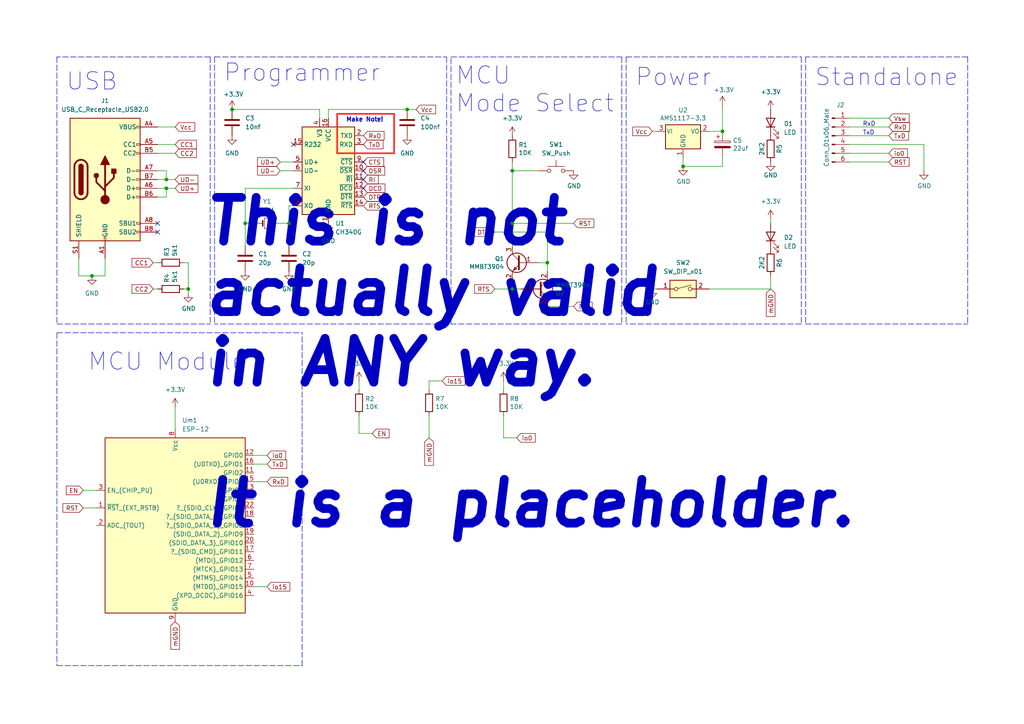
<source format=kicad_sch>
(kicad_sch (version 20211123) (generator eeschema)
  (paper "A4")
  (title_block (title "The Nerd Mage Module Programmer") (date "2023-07-13") (rev "1.0.0") (company "S. A. Miller") (comment 1 "Pop-In RP2040 Edition"))
  (lib_symbols
    (symbol "Connector:Conn_01x06_Male" (pin_names (offset 1.016) hide)
      (property "Reference" "J" (at 0 7.62 0))
      (property "Value" "Conn_01x06_Male" (at 0 -10.16 0))
      (symbol "Conn_01x06_Male_1_1"
        (polyline (pts (xy 1.27 -7.62) (xy 0.8636 -7.62)) (stroke (width 0.1524)))
        (polyline (pts (xy 1.27 -5.08) (xy 0.8636 -5.08)) (stroke (width 0.1524)))
        (polyline (pts (xy 1.27 -2.54) (xy 0.8636 -2.54)) (stroke (width 0.1524)))
        (polyline (pts (xy 1.27 0) (xy 0.8636 0)) (stroke (width 0.1524)))
        (polyline (pts (xy 1.27 2.54) (xy 0.8636 2.54)) (stroke (width 0.1524)))
        (polyline (pts (xy 1.27 5.08) (xy 0.8636 5.08)) (stroke (width 0.1524)))
        (rectangle (start 0.8636 -7.493) (end 0 -7.747) (stroke (width 0.1524)) (fill (type outline)))
        (rectangle (start 0.8636 -4.953) (end 0 -5.207) (stroke (width 0.1524)) (fill (type outline)))
        (rectangle (start 0.8636 -2.413) (end 0 -2.667) (stroke (width 0.1524)) (fill (type outline)))
        (rectangle (start 0.8636 0.127) (end 0 -0.127) (stroke (width 0.1524)) (fill (type outline)))
        (rectangle (start 0.8636 2.667) (end 0 2.413) (stroke (width 0.1524)) (fill (type outline)))
        (rectangle (start 0.8636 5.207) (end 0 4.953) (stroke (width 0.1524)) (fill (type outline)))
        (pin passive line (at 5.08 5.08 180) (length 3.81) (name "Pin_1") (number "1"))
        (pin passive line (at 5.08 2.54 180) (length 3.81) (name "Pin_2") (number "2"))
        (pin passive line (at 5.08 0 180) (length 3.81) (name "Pin_3") (number "3"))
        (pin passive line (at 5.08 -2.54 180) (length 3.81) (name "Pin_4") (number "4"))
        (pin passive line (at 5.08 -5.08 180) (length 3.81) (name "Pin_5") (number "5"))
        (pin passive line (at 5.08 -7.62 180) (length 3.81) (name "Pin_6") (number "6"))
      )
    )
    (symbol "Connector:USB_C_Receptacle_USB2.0" (pin_names (offset 1.016))
      (property "Reference" "J" (at -10.16 19.05 0))
      (property "Value" "USB_C_Receptacle_USB2.0" (at 19.05 19.05 0))
      (symbol "USB_C_Receptacle_USB2.0_0_0"
        (rectangle (start -0.254 -17.78) (end 0.254 -16.764))
        (rectangle (start 10.16 -14.986) (end 9.144 -15.494))
        (rectangle (start 10.16 -12.446) (end 9.144 -12.954))
        (rectangle (start 10.16 -4.826) (end 9.144 -5.334))
        (rectangle (start 10.16 -2.286) (end 9.144 -2.794))
        (rectangle (start 10.16 0.254) (end 9.144 -0.254))
        (rectangle (start 10.16 2.794) (end 9.144 2.286))
        (rectangle (start 10.16 7.874) (end 9.144 7.366))
        (rectangle (start 10.16 10.414) (end 9.144 9.906))
        (rectangle (start 10.16 15.494) (end 9.144 14.986))
      )
      (symbol "USB_C_Receptacle_USB2.0_0_1"
        (rectangle (start -10.16 17.78) (end 10.16 -17.78) (stroke (width 0.254)) (fill (type background)))
        (arc (start -8.89 -3.81) (mid -6.985 -5.715) (end -5.08 -3.81) (stroke (width 0.508)))
        (arc (start -7.62 -3.81) (mid -6.985 -4.445) (end -6.35 -3.81) (stroke (width 0.254)))
        (arc (start -7.62 -3.81) (mid -6.985 -4.445) (end -6.35 -3.81) (stroke (width 0.254)) (fill (type outline)))
        (rectangle (start -7.62 -3.81) (end -6.35 3.81) (stroke (width 0.254)) (fill (type outline)))
        (arc (start -6.35 3.81) (mid -6.985 4.445) (end -7.62 3.81) (stroke (width 0.254)))
        (arc (start -6.35 3.81) (mid -6.985 4.445) (end -7.62 3.81) (stroke (width 0.254)) (fill (type outline)))
        (arc (start -5.08 3.81) (mid -6.985 5.715) (end -8.89 3.81) (stroke (width 0.508)))
        (circle (center -2.54 1.143) (radius 0.635) (stroke (width 0.254)) (fill (type outline)))
        (circle (center 0 -5.842) (radius 1.27) (fill (type outline)))
        (polyline (pts (xy -8.89 -3.81) (xy -8.89 3.81)) (stroke (width 0.508)))
        (polyline (pts (xy -5.08 3.81) (xy -5.08 -3.81)) (stroke (width 0.508)))
        (polyline (pts (xy 0 -5.842) (xy 0 4.318)) (stroke (width 0.508)))
        (polyline (pts (xy 0 -3.302) (xy -2.54 -0.762) (xy -2.54 0.508)) (stroke (width 0.508)))
        (polyline (pts (xy 0 -2.032) (xy 2.54 0.508) (xy 2.54 1.778)) (stroke (width 0.508)))
        (polyline (pts (xy -1.27 4.318) (xy 0 6.858) (xy 1.27 4.318) (xy -1.27 4.318)) (stroke (width 0.254)) (fill (type outline)))
        (rectangle (start 1.905 1.778) (end 3.175 3.048) (stroke (width 0.254)) (fill (type outline)))
      )
      (symbol "USB_C_Receptacle_USB2.0_1_1"
        (pin passive line (at 0 -22.86 90) (length 5.08) (name "GND") (number "A1"))
        (pin passive line (at 0 -22.86 90) (length 5.08) hide (name "GND") (number "A12"))
        (pin passive line (at 15.24 15.24 180) (length 5.08) (name "VBUS") (number "A4"))
        (pin bidirectional line (at 15.24 10.16 180) (length 5.08) (name "CC1") (number "A5"))
        (pin bidirectional line (at 15.24 -2.54 180) (length 5.08) (name "D+") (number "A6"))
        (pin bidirectional line (at 15.24 2.54 180) (length 5.08) (name "D-") (number "A7"))
        (pin bidirectional line (at 15.24 -12.7 180) (length 5.08) (name "SBU1") (number "A8"))
        (pin passive line (at 15.24 15.24 180) (length 5.08) hide (name "VBUS") (number "A9"))
        (pin passive line (at 0 -22.86 90) (length 5.08) hide (name "GND") (number "B1"))
        (pin passive line (at 0 -22.86 90) (length 5.08) hide (name "GND") (number "B12"))
        (pin passive line (at 15.24 15.24 180) (length 5.08) hide (name "VBUS") (number "B4"))
        (pin bidirectional line (at 15.24 7.62 180) (length 5.08) (name "CC2") (number "B5"))
        (pin bidirectional line (at 15.24 -5.08 180) (length 5.08) (name "D+") (number "B6"))
        (pin bidirectional line (at 15.24 0 180) (length 5.08) (name "D-") (number "B7"))
        (pin bidirectional line (at 15.24 -15.24 180) (length 5.08) (name "SBU2") (number "B8"))
        (pin passive line (at 15.24 15.24 180) (length 5.08) hide (name "VBUS") (number "B9"))
        (pin passive line (at -7.62 -22.86 90) (length 5.08) (name "SHIELD") (number "S1"))
      )
    )
    (symbol "Device:C" (pin_numbers hide) (pin_names (offset 0.254))
      (property "Reference" "C" (at 0.635 2.54 0))
      (property "Value" "C" (at 0.635 -2.54 0))
      (symbol "C_0_1"
        (polyline (pts (xy -2.032 -0.762) (xy 2.032 -0.762)) (stroke (width 0.508)))
        (polyline (pts (xy -2.032 0.762) (xy 2.032 0.762)) (stroke (width 0.508)))
      )
      (symbol "C_1_1"
        (pin passive line (at 0 3.81 270) (length 2.794) (name "~") (number "1"))
        (pin passive line (at 0 -3.81 90) (length 2.794) (name "~") (number "2"))
      )
    )
    (symbol "Device:CP" (pin_numbers hide) (pin_names (offset 0.254))
      (property "Reference" "C" (at 0.635 2.54 0))
      (property "Value" "Device_CP" (at 0.635 -2.54 0))
      (symbol "CP_0_1"
        (rectangle (start -2.286 0.508) (end 2.286 1.016))
        (polyline (pts (xy -1.778 2.286) (xy -0.762 2.286)))
        (polyline (pts (xy -1.27 2.794) (xy -1.27 1.778)))
        (rectangle (start 2.286 -0.508) (end -2.286 -1.016) (fill (type outline)))
      )
      (symbol "CP_1_1"
        (pin passive line (at 0 3.81 270) (length 2.794) (name "~") (number "1"))
        (pin passive line (at 0 -3.81 90) (length 2.794) (name "~") (number "2"))
      )
    )
    (symbol "Device:Crystal_Small" (pin_numbers hide) (pin_names (offset 1.016) hide)
      (property "Reference" "Y" (at 0 2.54 0))
      (property "Value" "Crystal_Small" (at 0 -2.54 0))
      (symbol "Crystal_Small_0_1"
        (rectangle (start -0.762 -1.524) (end 0.762 1.524))
        (polyline (pts (xy -1.27 -0.762) (xy -1.27 0.762)) (stroke (width 0.381)))
        (polyline (pts (xy 1.27 -0.762) (xy 1.27 0.762)) (stroke (width 0.381)))
      )
      (symbol "Crystal_Small_1_1"
        (pin passive line (at -2.54 0 0) (length 1.27) (name "1") (number "1"))
        (pin passive line (at 2.54 0 180) (length 1.27) (name "2") (number "2"))
      )
    )
    (symbol "Device:LED" (pin_numbers hide) (pin_names (offset 1.016) hide)
      (property "Reference" "D" (at 0 2.54 0))
      (property "Value" "LED" (at 0 -2.54 0))
      (symbol "LED_0_1"
        (polyline (pts (xy -1.27 -1.27) (xy -1.27 1.27)) (stroke (width 0.254)))
        (polyline (pts (xy -1.27 0) (xy 1.27 0)))
        (polyline (pts (xy 1.27 -1.27) (xy 1.27 1.27) (xy -1.27 0) (xy 1.27 -1.27)) (stroke (width 0.254)))
        (polyline (pts (xy -3.048 -0.762) (xy -4.572 -2.286) (xy -3.81 -2.286) (xy -4.572 -2.286) (xy -4.572 -1.524)))
        (polyline (pts (xy -1.778 -0.762) (xy -3.302 -2.286) (xy -2.54 -2.286) (xy -3.302 -2.286) (xy -3.302 -1.524)))
      )
      (symbol "LED_1_1"
        (pin passive line (at -3.81 0 0) (length 2.54) (name "K") (number "1"))
        (pin passive line (at 3.81 0 180) (length 2.54) (name "A") (number "2"))
      )
    )
    (symbol "Device:R" (pin_numbers hide) (pin_names (offset 0))
      (property "Reference" "R" (at 2.032 0 90))
      (property "Value" "R" (at 0 0 90))
      (symbol "R_0_1"
        (rectangle (start -1.016 -2.54) (end 1.016 2.54) (stroke (width 0.254)))
      )
      (symbol "R_1_1"
        (pin passive line (at 0 3.81 270) (length 1.27) (name "~") (number "1"))
        (pin passive line (at 0 -3.81 90) (length 1.27) (name "~") (number "2"))
      )
    )
    (symbol "Interface_USB:CH340G"
      (property "Reference" "U" (at -5.08 13.97 0))
      (property "Value" "CH340G" (at 1.27 13.97 0))
      (symbol "CH340G_0_1"
        (rectangle (start -7.62 12.7) (end 7.62 -12.7) (stroke (width 0.254)) (fill (type background)))
      )
      (symbol "CH340G_1_1"
        (pin power_in line (at 0 -15.24 90) (length 2.54) (name "GND") (number "1"))
        (pin input line (at 10.16 0 180) (length 2.54) (name "~{DSR}") (number "10"))
        (pin input line (at 10.16 -2.54 180) (length 2.54) (name "~{RI}") (number "11"))
        (pin input line (at 10.16 -5.08 180) (length 2.54) (name "~{DCD}") (number "12"))
        (pin output line (at 10.16 -7.62 180) (length 2.54) (name "~{DTR}") (number "13"))
        (pin output line (at 10.16 -10.16 180) (length 2.54) (name "~{RTS}") (number "14"))
        (pin input line (at -10.16 7.62 0) (length 2.54) (name "R232") (number "15"))
        (pin power_in line (at 0 15.24 270) (length 2.54) (name "VCC") (number "16"))
        (pin output line (at 10.16 10.16 180) (length 2.54) (name "TXD") (number "2"))
        (pin input line (at 10.16 7.62 180) (length 2.54) (name "RXD") (number "3"))
        (pin passive line (at -2.54 15.24 270) (length 2.54) (name "V3") (number "4"))
        (pin bidirectional line (at -10.16 2.54 0) (length 2.54) (name "UD+") (number "5"))
        (pin bidirectional line (at -10.16 0 0) (length 2.54) (name "UD-") (number "6"))
        (pin input line (at -10.16 -5.08 0) (length 2.54) (name "XI") (number "7"))
        (pin output line (at -10.16 -10.16 0) (length 2.54) (name "XO") (number "8"))
        (pin input line (at 10.16 2.54 180) (length 2.54) (name "~{CTS}") (number "9"))
      )
    )
    (symbol "Regulator_Linear:AMS1117-3.3" (pin_names (offset 0.254))
      (property "Reference" "U" (at -3.81 3.175 0))
      (property "Value" "AMS1117-3.3" (at 0 3.175 0))
      (symbol "AMS1117-3.3_0_1"
        (rectangle (start -5.08 -5.08) (end 5.08 1.905) (stroke (width 0.254)) (fill (type background)))
      )
      (symbol "AMS1117-3.3_1_1"
        (pin power_in line (at 0 -7.62 90) (length 2.54) (name "GND") (number "1"))
        (pin power_out line (at 7.62 0 180) (length 2.54) (name "VO") (number "2"))
        (pin power_in line (at -7.62 0 0) (length 2.54) (name "VI") (number "3"))
      )
    )
    (symbol "Switch:SW_DIP_x01" (pin_names (offset 0) hide)
      (property "Reference" "SW" (at 0 3.81 0))
      (property "Value" "SW_DIP_x01" (at 0 -3.81 0))
      (symbol "SW_DIP_x01_0_0"
        (circle (center -2.032 0) (radius 0.508))
        (polyline (pts (xy -1.524 0.127) (xy 2.3622 1.1684)))
        (circle (center 2.032 0) (radius 0.508))
      )
      (symbol "SW_DIP_x01_0_1"
        (rectangle (start -3.81 2.54) (end 3.81 -2.54) (stroke (width 0.254)) (fill (type background)))
      )
      (symbol "SW_DIP_x01_1_1"
        (pin passive line (at -7.62 0 0) (length 5.08) (name "~") (number "1"))
        (pin passive line (at 7.62 0 180) (length 5.08) (name "~") (number "2"))
      )
    )
    (symbol "Switch:SW_Push" (pin_numbers hide) (pin_names (offset 1.016) hide)
      (property "Reference" "SW" (at 1.27 2.54 0))
      (property "Value" "SW_Push" (at 0 -1.524 0))
      (symbol "SW_Push_0_1"
        (circle (center -2.032 0) (radius 0.508))
        (polyline (pts (xy 0 1.27) (xy 0 3.048)))
        (polyline (pts (xy 2.54 1.27) (xy -2.54 1.27)))
        (circle (center 2.032 0) (radius 0.508))
        (pin passive line (at -5.08 0 0) (length 2.54) (name "1") (number "1"))
        (pin passive line (at 5.08 0 180) (length 2.54) (name "2") (number "2"))
      )
    )
    (symbol "Tinker_ESP:ESP-12"
      (property "Reference" "Um" (at 3.556 -27.686 0))
      (property "Value" "ESP-12" (at 6.096 -30.099 0))
      (symbol "ESP-12_0_1"
        (rectangle (start -20.32 25.4) (end 20.32 -25.4) (stroke (width 0.254)) (fill (type background)))
      )
      (symbol "ESP-12_1_1"
        (pin input line (at -22.86 5.08 0) (length 2.54) (name "~{RST}_(EXT_RSTB)") (number "1"))
        (pin bidirectional line (at 22.86 -17.78 180) (length 2.54) (name "(MTDO)_GPIO15") (number "10"))
        (pin bidirectional line (at 22.86 15.24 180) (length 2.54) (name "GPIO2") (number "11"))
        (pin bidirectional line (at 22.86 20.32 180) (length 2.54) (name "GPIO0") (number "12"))
        (pin bidirectional line (at 22.86 10.16 180) (length 2.54) (name "GPIO4") (number "13"))
        (pin bidirectional line (at 22.86 7.62 180) (length 2.54) (name "GPIO5") (number "14"))
        (pin bidirectional line (at 22.86 12.7 180) (length 2.54) (name "(U0RXD)_GPIO3") (number "15"))
        (pin bidirectional line (at 22.86 17.78 180) (length 2.54) (name "(U0TXD)_GPIO1") (number "16"))
        (pin bidirectional line (at 22.86 -7.62 180) (length 2.54) (name "?_(SDIO_CMD)_GPIO11") (number "17"))
        (pin bidirectional line (at 22.86 2.54 180) (length 2.54) (name "?_(SDIO_DATA_0)_GPIO7") (number "18"))
        (pin bidirectional line (at 22.86 -2.54 180) (length 2.54) (name "(SDIO_DATA_2)_GPIO9") (number "19"))
        (pin input line (at -22.86 0 0) (length 2.54) (name "ADC_(TOUT)") (number "2"))
        (pin bidirectional line (at 22.86 -5.08 180) (length 2.54) (name "(SDIO_DATA_3)_GPIO10") (number "20"))
        (pin bidirectional line (at 22.86 0 180) (length 2.54) (name "?_(SDIO_DATA_1)_GPIO8") (number "21"))
        (pin bidirectional line (at 22.86 5.08 180) (length 2.54) (name "?_(SDIO_CLK)_GPIO6") (number "22"))
        (pin input line (at -22.86 10.16 0) (length 2.54) (name "EN_(CHIP_PU)") (number "3"))
        (pin bidirectional line (at 22.86 -20.32 180) (length 2.54) (name "(XPD_DCDC)_GPIO16") (number "4"))
        (pin bidirectional line (at 22.86 -15.24 180) (length 2.54) (name "(MTMS)_GPIO14") (number "5"))
        (pin bidirectional line (at 22.86 -10.16 180) (length 2.54) (name "(MTDI)_GPIO12") (number "6"))
        (pin bidirectional line (at 22.86 -12.7 180) (length 2.54) (name "(MTCK)_GPIO13") (number "7"))
        (pin power_in line (at 0 27.94 270) (length 2.54) (name "Vcc") (number "8"))
        (pin power_in line (at 0 -27.94 90) (length 2.54) (name "GND") (number "9"))
      )
    )
    (symbol "Transistor_BJT:MMBT3904" (pin_names (offset 0) hide)
      (property "Reference" "Q" (at 5.08 1.905 0))
      (property "Value" "MMBT3904" (at 5.08 0 0))
      (symbol "MMBT3904_0_1"
        (polyline (pts (xy 0.635 0.635) (xy 2.54 2.54)))
        (polyline (pts (xy 0.635 -0.635) (xy 2.54 -2.54) (xy 2.54 -2.54)))
        (polyline (pts (xy 0.635 1.905) (xy 0.635 -1.905) (xy 0.635 -1.905)) (stroke (width 0.508)))
        (polyline (pts (xy 1.27 -1.778) (xy 1.778 -1.27) (xy 2.286 -2.286) (xy 1.27 -1.778) (xy 1.27 -1.778)) (fill (type outline)))
        (circle (center 1.27 0) (radius 2.8194) (stroke (width 0.254)))
      )
      (symbol "MMBT3904_1_1"
        (pin input line (at -5.08 0 0) (length 5.715) (name "B") (number "1"))
        (pin passive line (at 2.54 -5.08 90) (length 2.54) (name "E") (number "2"))
        (pin passive line (at 2.54 5.08 270) (length 2.54) (name "C") (number "3"))
      )
    )
    (symbol "power:+3.3V" (power) (pin_names (offset 0))
      (property "Value" "+3.3V" (at 0 3.556 0))
      (symbol "+3.3V_0_1"
        (polyline (pts (xy -0.762 1.27) (xy 0 2.54)))
        (polyline (pts (xy 0 0) (xy 0 2.54)))
        (polyline (pts (xy 0 2.54) (xy 0.762 1.27)))
      )
      (symbol "+3.3V_1_1"
        (pin power_in line (at 0 0 90) (length 0) hide (name "+3.3V") (number "1"))
      )
    )
    (symbol "power:GND" (power) (pin_names (offset 0))
      (property "Value" "GND" (at 0 -3.81 0))
      (symbol "GND_0_1"
        (polyline (pts (xy 0 0) (xy 0 -1.27) (xy 1.27 -1.27) (xy 0 -2.54) (xy -1.27 -1.27) (xy 0 -1.27)))
      )
      (symbol "GND_1_1"
        (pin power_in line (at 0 0 270) (length 0) hide (name "GND") (number "1"))
      )
    )
  )
  (junction (at 83.82 64.77))
  (junction (at 26.67 80.01))
  (junction (at 148.59 83.82))
  (junction (at 48.26 54.61))
  (junction (at 54.61 83.82))
  (junction (at 48.26 52.07))
  (junction (at 148.59 64.77))
  (junction (at 118.11 31.75))
  (junction (at 67.31 31.75))
  (junction (at 158.75 76.2))
  (junction (at 71.12 64.77))
  (junction (at 209.55 38.1))
  (junction (at 148.59 49.53))
  (junction (at 198.12 48.26))
  (no_connect (at 85.09 41.91))
  (no_connect (at 105.41 46.99))
  (no_connect (at 105.41 49.53))
  (no_connect (at 105.41 52.07))
  (no_connect (at 105.41 54.61))
  (no_connect (at 45.72 64.77))
  (no_connect (at 45.72 67.31))
  (wire (pts (xy 83.82 64.77) (xy 83.82 71.12)))
  (polyline (pts (xy 233.68 16.51) (xy 233.68 93.98)))
  (polyline (pts (xy 60.96 16.51) (xy 16.51 16.51)))
  (polyline (pts (xy 280.67 16.51) (xy 280.67 93.98)))
  (polyline (pts (xy 62.23 16.51) (xy 62.23 93.98)))
  (polyline (pts (xy 16.51 96.52) (xy 87.63 96.52)))
  (wire (pts (xy 158.75 67.31) (xy 158.75 76.2)))
  (wire (pts (xy 104.14 120.65) (xy 104.14 125.73)))
  (wire (pts (xy 104.14 125.73) (xy 107.95 125.73)))
  (wire (pts (xy 267.97 49.53) (xy 267.97 41.91)))
  (wire (pts (xy 151.13 83.82) (xy 148.59 83.82)))
  (polyline (pts (xy 180.34 16.51) (xy 180.34 93.98)))
  (polyline (pts (xy 114.3 33.02) (xy 97.79 33.02)) (stroke (width 0.5) (type solid) (color 255 48 46 1)))
  (polyline (pts (xy 16.51 96.52) (xy 16.51 193.04)))
  (wire (pts (xy 156.21 76.2) (xy 158.75 76.2)))
  (wire (pts (xy 45.72 41.91) (xy 50.8 41.91)))
  (wire (pts (xy 54.61 76.2) (xy 54.61 83.82)))
  (polyline (pts (xy 233.68 93.98) (xy 280.67 93.98)))
  (wire (pts (xy 246.38 36.83) (xy 257.81 36.83)))
  (polyline (pts (xy 16.51 193.04) (xy 87.63 193.04)))
  (wire (pts (xy 146.05 127) (xy 149.86 127)))
  (wire (pts (xy 81.28 46.99) (xy 85.09 46.99)))
  (wire (pts (xy 205.74 83.82) (xy 223.52 83.82)))
  (wire (pts (xy 71.12 54.61) (xy 71.12 64.77)))
  (wire (pts (xy 92.71 34.29) (xy 92.71 31.75)))
  (wire (pts (xy 74.93 64.77) (xy 71.12 64.77)))
  (wire (pts (xy 45.72 44.45) (xy 50.8 44.45)))
  (polyline (pts (xy 97.79 33.02) (xy 97.79 44.45)) (stroke (width 0.5) (type solid) (color 255 48 46 1)))
  (wire (pts (xy 92.71 31.75) (xy 67.31 31.75)))
  (wire (pts (xy 124.46 110.49) (xy 124.46 113.03)))
  (wire (pts (xy 45.72 54.61) (xy 48.26 54.61)))
  (polyline (pts (xy 114.3 33.02) (xy 114.3 44.45)) (stroke (width 0.5) (type solid) (color 255 48 46 1)))
  (polyline (pts (xy 280.67 16.51) (xy 233.68 16.51)))
  (wire (pts (xy 209.55 48.26) (xy 198.12 48.26)))
  (wire (pts (xy 45.72 57.15) (xy 48.26 57.15)))
  (wire (pts (xy 209.55 30.48) (xy 209.55 38.1)))
  (wire (pts (xy 166.37 88.9) (xy 158.75 88.9)))
  (wire (pts (xy 54.61 83.82) (xy 54.61 85.09)))
  (wire (pts (xy 118.11 31.75) (xy 120.65 31.75)))
  (wire (pts (xy 85.09 59.69) (xy 83.82 59.69)))
  (polyline (pts (xy 16.51 16.51) (xy 16.51 93.98)))
  (wire (pts (xy 48.26 49.53) (xy 48.26 52.07)))
  (wire (pts (xy 24.13 142.24) (xy 27.94 142.24)))
  (wire (pts (xy 128.27 110.49) (xy 124.46 110.49)))
  (wire (pts (xy 48.26 52.07) (xy 50.8 52.07)))
  (wire (pts (xy 190.5 83.82) (xy 189.23 83.82)))
  (wire (pts (xy 73.66 170.18) (xy 77.47 170.18)))
  (wire (pts (xy 143.51 67.31) (xy 158.75 67.31)))
  (polyline (pts (xy 60.96 16.51) (xy 60.96 93.98)))
  (polyline (pts (xy 129.54 16.51) (xy 129.54 93.98)))
  (wire (pts (xy 50.8 118.11) (xy 50.8 124.46)))
  (polyline (pts (xy 130.81 93.98) (xy 130.81 16.51)))
  (wire (pts (xy 148.59 64.77) (xy 148.59 71.12)))
  (wire (pts (xy 73.66 134.62) (xy 77.47 134.62)))
  (wire (pts (xy 45.72 36.83) (xy 50.8 36.83)))
  (wire (pts (xy 80.01 64.77) (xy 83.82 64.77)))
  (wire (pts (xy 44.45 76.2) (xy 45.72 76.2)))
  (wire (pts (xy 95.25 31.75) (xy 95.25 34.29)))
  (polyline (pts (xy 181.61 16.51) (xy 232.41 16.51)))
  (wire (pts (xy 53.34 83.82) (xy 54.61 83.82)))
  (wire (pts (xy 45.72 49.53) (xy 48.26 49.53)))
  (wire (pts (xy 148.59 49.53) (xy 156.21 49.53)))
  (wire (pts (xy 81.28 49.53) (xy 85.09 49.53)))
  (polyline (pts (xy 129.54 93.98) (xy 62.23 93.98)))
  (wire (pts (xy 267.97 41.91) (xy 246.38 41.91)))
  (wire (pts (xy 104.14 110.49) (xy 104.14 113.03)))
  (wire (pts (xy 83.82 59.69) (xy 83.82 64.77)))
  (wire (pts (xy 198.12 48.26) (xy 198.12 45.72)))
  (wire (pts (xy 209.55 45.72) (xy 209.55 48.26)))
  (wire (pts (xy 148.59 83.82) (xy 148.59 81.28)))
  (wire (pts (xy 257.81 34.29) (xy 246.38 34.29)))
  (wire (pts (xy 246.38 39.37) (xy 257.81 39.37)))
  (wire (pts (xy 95.25 31.75) (xy 118.11 31.75)))
  (wire (pts (xy 73.66 139.7) (xy 77.47 139.7)))
  (polyline (pts (xy 181.61 16.51) (xy 181.61 93.98)))
  (wire (pts (xy 73.66 132.08) (xy 77.47 132.08)))
  (wire (pts (xy 48.26 57.15) (xy 48.26 54.61)))
  (wire (pts (xy 22.86 74.93) (xy 22.86 80.01)))
  (wire (pts (xy 53.34 76.2) (xy 54.61 76.2)))
  (wire (pts (xy 30.48 74.93) (xy 30.48 80.01)))
  (wire (pts (xy 148.59 49.53) (xy 148.59 64.77)))
  (wire (pts (xy 45.72 52.07) (xy 48.26 52.07)))
  (polyline (pts (xy 130.81 16.51) (xy 180.34 16.51)))
  (wire (pts (xy 158.75 76.2) (xy 158.75 78.74)))
  (polyline (pts (xy 180.34 93.98) (xy 130.81 93.98)))
  (wire (pts (xy 44.45 83.82) (xy 45.72 83.82)))
  (wire (pts (xy 146.05 120.65) (xy 146.05 127)))
  (wire (pts (xy 223.52 63.5) (xy 223.52 64.77)))
  (wire (pts (xy 26.67 80.01) (xy 30.48 80.01)))
  (polyline (pts (xy 87.63 193.04) (xy 87.63 96.52)))
  (wire (pts (xy 22.86 80.01) (xy 26.67 80.01)))
  (wire (pts (xy 143.51 83.82) (xy 148.59 83.82)))
  (wire (pts (xy 48.26 54.61) (xy 50.8 54.61)))
  (wire (pts (xy 205.74 38.1) (xy 209.55 38.1)))
  (polyline (pts (xy 62.23 16.51) (xy 129.54 16.51)))
  (polyline (pts (xy 232.41 16.51) (xy 232.41 93.98)))
  (wire (pts (xy 146.05 110.49) (xy 146.05 113.03)))
  (wire (pts (xy 223.52 83.82) (xy 223.52 80.01)))
  (wire (pts (xy 166.37 64.77) (xy 148.59 64.77)))
  (wire (pts (xy 71.12 54.61) (xy 85.09 54.61)))
  (wire (pts (xy 189.23 38.1) (xy 190.5 38.1)))
  (polyline (pts (xy 232.41 93.98) (xy 181.61 93.98)))
  (polyline (pts (xy 16.51 93.98) (xy 60.96 93.98)))
  (polyline (pts (xy 97.79 44.45) (xy 114.3 44.45)) (stroke (width 0.5) (type solid) (color 255 48 46 1)))
  (wire (pts (xy 246.38 44.45) (xy 257.81 44.45)))
  (wire (pts (xy 148.59 46.99) (xy 148.59 49.53)))
  (wire (pts (xy 24.13 147.32) (xy 27.94 147.32)))
  (wire (pts (xy 124.46 120.65) (xy 124.46 127)))
  (wire (pts (xy 246.38 46.99) (xy 257.81 46.99)))
  (wire (pts (xy 71.12 64.77) (xy 71.12 71.12)))
  (text "Make Note!" (at 100.33 35.56 0) (effects (font (size 1.27 1.27) (thickness 0.254) bold) (justify left bottom)))
  (text "Power" (at 184.15 25.4 0) (effects (font (size 5 5)) (justify left bottom)))
  (text "USB" (at 19.05 26.67 0) (effects (font (size 5 5)) (justify left bottom)))
  (text "MCU\nMode Select" (at 132.08 33.02 0) (effects (font (size 5.0038 5.0038)) (justify left bottom)))
  (text "TxD" (at 250.19 39.37 0) (effects (font (size 1.27 1.27)) (justify left bottom)))
  (text "Standalone" (at 236.22 25.4 0) (effects (font (size 5 5)) (justify left bottom)))
  (text "This is not\nactually valid\nin ANY way.\n\nIt is a placeholder." (at 58.42 153.67 0) (effects (font (size 12.7 12.7) (thickness 2.54) bold italic) (justify left bottom)))
  (text "RxD" (at 250.19 36.83 0) (effects (font (size 1.27 1.27)) (justify left bottom)))
  (text "MCU Module" (at 25.4 107.95 0) (effects (font (size 5.0038 5.0038)) (justify left bottom)))
  (text "Programmer" (at 64.77 24.13 0) (effects (font (size 5 5)) (justify left bottom)))
  (global_label "EN" (shape input) (at 107.95 125.73 0) (property "Intersheet References" "${INTERSHEET_REFS}" (effects hide)))
  (global_label "RTS" (shape input) (at 143.51 83.82 180) (property "Intersheet References" "${INTERSHEET_REFS}" (effects hide)))
  (global_label "RxD" (shape input) (at 257.81 36.83 0) (property "Intersheet References" "${INTERSHEET_REFS}" (effects hide)))
  (global_label "CC2" (shape input) (at 44.45 83.82 180) (property "Intersheet References" "${INTERSHEET_REFS}" (effects hide)))
  (global_label "CC1" (shape input) (at 44.45 76.2 180) (property "Intersheet References" "${INTERSHEET_REFS}" (effects hide)))
  (global_label "RST" (shape input) (at 257.81 46.99 0) (property "Intersheet References" "${INTERSHEET_REFS}" (effects hide)))
  (global_label "mGND" (shape input) (at 223.52 83.82 270) (property "Intersheet References" "${INTERSHEET_REFS}" (effects hide)))
  (global_label "TxD" (shape input) (at 77.47 134.62 0) (property "Intersheet References" "${INTERSHEET_REFS}" (effects hide)))
  (global_label "Vcc" (shape input) (at 120.65 31.75 0) (property "Intersheet References" "${INTERSHEET_REFS}" (effects hide)))
  (global_label "io15" (shape input) (at 77.47 170.18 0) (property "Intersheet References" "${INTERSHEET_REFS}" (effects hide)))
  (global_label "io0" (shape input) (at 257.81 44.45 0) (property "Intersheet References" "${INTERSHEET_REFS}" (effects hide)))
  (global_label "DSR" (shape input) (at 105.41 49.53 0) (property "Intersheet References" "${INTERSHEET_REFS}" (effects hide)))
  (global_label "CC2" (shape input) (at 50.8 44.45 0) (property "Intersheet References" "${INTERSHEET_REFS}" (effects hide)))
  (global_label "Vsw" (shape input) (at 257.81 34.29 0) (property "Intersheet References" "${INTERSHEET_REFS}" (effects hide)))
  (global_label "CTS" (shape input) (at 105.41 46.99 0) (property "Intersheet References" "${INTERSHEET_REFS}" (effects hide)))
  (global_label "DCD" (shape input) (at 105.41 54.61 0) (property "Intersheet References" "${INTERSHEET_REFS}" (effects hide)))
  (global_label "mGND" (shape input) (at 124.46 127 270) (property "Intersheet References" "${INTERSHEET_REFS}" (effects hide)))
  (global_label "RST" (shape input) (at 166.37 64.77 0) (property "Intersheet References" "${INTERSHEET_REFS}" (effects hide)))
  (global_label "UD+" (shape input) (at 50.8 54.61 0) (property "Intersheet References" "${INTERSHEET_REFS}" (effects hide)))
  (global_label "RTS" (shape input) (at 105.41 59.69 0) (property "Intersheet References" "${INTERSHEET_REFS}" (effects hide)))
  (global_label "RxD" (shape input) (at 105.41 39.37 0) (property "Intersheet References" "${INTERSHEET_REFS}" (effects hide)))
  (global_label "io0" (shape input) (at 149.86 127 0) (property "Intersheet References" "${INTERSHEET_REFS}" (effects hide)))
  (global_label "io15" (shape input) (at 128.27 110.49 0) (property "Intersheet References" "${INTERSHEET_REFS}" (effects hide)))
  (global_label "Vcc" (shape input) (at 189.23 38.1 180) (property "Intersheet References" "${INTERSHEET_REFS}" (effects hide)))
  (global_label "io0" (shape input) (at 77.47 132.08 0) (property "Intersheet References" "${INTERSHEET_REFS}" (effects hide)))
  (global_label "UD+" (shape input) (at 81.28 46.99 180) (property "Intersheet References" "${INTERSHEET_REFS}" (effects hide)))
  (global_label "UD-" (shape input) (at 50.8 52.07 0) (property "Intersheet References" "${INTERSHEET_REFS}" (effects hide)))
  (global_label "io0" (shape input) (at 166.37 88.9 0) (property "Intersheet References" "${INTERSHEET_REFS}" (effects hide)))
  (global_label "mGND" (shape input) (at 50.8 180.34 270) (property "Intersheet References" "${INTERSHEET_REFS}" (effects hide)))
  (global_label "DTR" (shape input) (at 143.51 67.31 180) (property "Intersheet References" "${INTERSHEET_REFS}" (effects hide)))
  (global_label "RST" (shape input) (at 24.13 147.32 180) (property "Intersheet References" "${INTERSHEET_REFS}" (effects hide)))
  (global_label "RxD" (shape input) (at 77.47 139.7 0) (property "Intersheet References" "${INTERSHEET_REFS}" (effects hide)))
  (global_label "TxD" (shape input) (at 105.41 41.91 0) (property "Intersheet References" "${INTERSHEET_REFS}" (effects hide)))
  (global_label "RI" (shape input) (at 105.41 52.07 0) (property "Intersheet References" "${INTERSHEET_REFS}" (effects hide)))
  (global_label "UD-" (shape input) (at 81.28 49.53 180) (property "Intersheet References" "${INTERSHEET_REFS}" (effects hide)))
  (global_label "DTR" (shape input) (at 105.41 57.15 0) (property "Intersheet References" "${INTERSHEET_REFS}" (effects hide)))
  (global_label "CC1" (shape input) (at 50.8 41.91 0) (property "Intersheet References" "${INTERSHEET_REFS}" (effects hide)))
  (global_label "Vcc" (shape input) (at 50.8 36.83 0) (property "Intersheet References" "${INTERSHEET_REFS}" (effects hide)))
  (global_label "TxD" (shape input) (at 257.81 39.37 0) (property "Intersheet References" "${INTERSHEET_REFS}" (effects hide)))
  (global_label "EN" (shape input) (at 24.13 142.24 180) (property "Intersheet References" "${INTERSHEET_REFS}" (effects hide)))
  (symbol (lib_id "Device:R") (at 104.14 116.84 0) (unit 1)
    (property "Reference" "R2" (at 105.918 115.6716 0) (effects (justify left)))
    (property "Value" "10K" (at 105.918 117.983 0) (effects (justify left)))
    (property "Footprint" "Tinker:R_0603_1608Metric_Pad0.98x0.95mm_HandSolder" (effects hide))
  )
  (symbol (lib_id "power:GND") (at 83.82 78.74 0) (unit 1)
    (property "Reference" "#PWR0112" (effects hide))
    (property "Value" "GND" (at 83.82 83.82 0))
  )
  (symbol (lib_id "power:GND") (at 54.61 85.09 0) (unit 1)
    (property "Reference" "#PWR0117" (effects hide))
    (property "Value" "GND" (at 54.737 89.4842 0))
  )
  (symbol (lib_id "power:GND") (at 166.37 49.53 0) (unit 1)
    (property "Reference" "#PWR0105" (effects hide))
    (property "Value" "GND" (at 166.497 53.9242 0))
  )
  (symbol (lib_id "power:+3.3V") (at 146.05 110.49 0) (unit 1)
    (property "Reference" "#PWR0121" (effects hide))
    (property "Value" "+3.3V" (at 146.05 105.41 0))
  )
  (symbol (lib_id "Connector:USB_C_Receptacle_USB2.0") (at 30.48 52.07 0) (unit 1)
    (property "Reference" "J1" (at 30.48 29.21 0))
    (property "Value" "USB_C_Receptacle_USB2.0" (at 30.48 31.75 0))
    (property "Footprint" "Tinker:USB_C_Receptacle_HRO_TYPE-C-31-M-12" (effects hide))
    (property "Datasheet" "https://www.usb.org/sites/default/files/documents/usb_type-c.zip" (effects hide))
  )
  (symbol (lib_id "Device:LED") (at 223.52 68.58 90) (unit 1)
    (property "Reference" "D2" (at 227.33 68.8974 90) (effects (justify right)))
    (property "Value" "LED" (at 227.33 71.4374 90) (effects (justify right)))
    (property "Footprint" "LED_SMD:LED_0805_2012Metric_Pad1.15x1.40mm_HandSolder" (effects hide))
  )
  (symbol (lib_id "Device:R") (at 124.46 116.84 0) (unit 1)
    (property "Reference" "R7" (at 126.238 115.6716 0) (effects (justify left)))
    (property "Value" "10K" (at 126.238 117.983 0) (effects (justify left)))
    (property "Footprint" "Tinker:R_0603_1608Metric_Pad0.98x0.95mm_HandSolder" (effects hide))
  )
  (symbol (lib_id "power:GND") (at 198.12 48.26 0) (unit 1)
    (property "Reference" "#PWR0107" (effects hide))
    (property "Value" "GND" (at 198.247 52.6542 0))
  )
  (symbol (lib_id "Switch:SW_Push") (at 161.29 49.53 0) (unit 1)
    (property "Reference" "SW1" (at 161.29 41.91 0))
    (property "Value" "SW_Push" (at 161.29 44.45 0))
    (property "Footprint" "Tinker:SW_Push_TS273014TP" (effects hide))
    (property "LCSC" "C2858276" (effects hide))
  )
  (symbol (lib_id "Device:C") (at 118.11 35.56 0) (unit 1)
    (property "Reference" "C4" (at 121.92 34.2899 0) (effects (justify left)))
    (property "Value" "100nf" (at 121.92 36.8299 0) (effects (justify left)))
    (property "Footprint" "Tinker:C_0603_1608Metric_Pad1.08x0.95mm_HandSolder" (effects hide))
    (property "LCSC" "C235731" (effects hide))
  )
  (symbol (lib_id "Connector:Conn_01x06_Male") (at 241.3 39.37 0) (unit 1) (in_bom no) (on_board no)
    (property "Reference" "J2" (at 242.57 30.48 0) (effects (justify left)))
    (property "Value" "Conn_01x06_Male" (at 239.6998 48.4124 90) (effects (justify left)))
    (property "Footprint" "Tinker:PinHeader_1x06_P2.54mm_Vertical" (effects hide))
  )
  (symbol (lib_id "power:GND") (at 267.97 49.53 0) (unit 1)
    (property "Reference" "#PWR0118" (effects hide))
    (property "Value" "GND" (at 268.097 53.9242 0))
  )
  (symbol (lib_id "Device:R") (at 49.53 76.2 90) (unit 1)
    (property "Reference" "R3" (at 48.3616 74.422 0) (effects (justify left)))
    (property "Value" "5k1" (at 50.673 74.422 0) (effects (justify left)))
    (property "Footprint" "Tinker:R_0603_1608Metric_Pad0.98x0.95mm_HandSolder" (effects hide))
  )
  (symbol (lib_id "Device:R") (at 223.52 76.2 0) (unit 1)
    (property "Reference" "R6" (at 226.06 76.2 90))
    (property "Value" "2K2" (at 220.98 76.2 90))
    (property "Footprint" "Tinker:R_0603_1608Metric_Pad0.98x0.95mm_HandSolder" (effects hide))
  )
  (symbol (lib_id "power:+3.3V") (at 148.59 39.37 0) (unit 1)
    (property "Reference" "#PWR0114" (effects hide))
    (property "Value" "+3.3V" (at 148.59 34.29 0))
  )
  (symbol (lib_id "power:GND") (at 223.52 46.99 0) (unit 1)
    (property "Reference" "#PWR0119" (effects hide))
    (property "Value" "GND" (at 223.52 50.8 0))
  )
  (symbol (lib_id "power:GND") (at 71.12 78.74 0) (unit 1)
    (property "Reference" "#PWR0111" (effects hide))
    (property "Value" "GND" (at 71.12 83.82 0))
  )
  (symbol (lib_id "Device:C") (at 67.31 35.56 0) (unit 1)
    (property "Reference" "C3" (at 71.12 34.2899 0) (effects (justify left)))
    (property "Value" "10nf" (at 71.12 36.8299 0) (effects (justify left)))
    (property "Footprint" "Tinker:C_0603_1608Metric_Pad1.08x0.95mm_HandSolder" (effects hide))
    (property "LCSC" "C161232" (effects hide))
  )
  (symbol (lib_id "power:+3.3V") (at 67.31 31.75 0) (unit 1)
    (property "Reference" "#PWR0115" (effects hide))
    (property "Value" "+3.3V" (at 67.691 27.3558 0))
  )
  (symbol (lib_id "Device:C") (at 83.82 74.93 0) (unit 1)
    (property "Reference" "C2" (at 87.63 73.6599 0) (effects (justify left)))
    (property "Value" "20p" (at 87.63 76.1999 0) (effects (justify left)))
    (property "Footprint" "Tinker:C_0603_1608Metric_Pad1.08x0.95mm_HandSolder" (effects hide))
    (property "LCSC" "C408549 (20pf C325469)" (effects hide))
  )
  (symbol (lib_id "Switch:SW_DIP_x01") (at 198.12 83.82 0) (unit 1)
    (property "Reference" "SW2" (at 198.12 76.2 0))
    (property "Value" "SW_DIP_x01" (at 198.12 78.74 0))
    (property "Footprint" "Tinker:SW_DIP_SPSTx01_Slide_6.7x4.1mm_W7.62mm_P2.54mm_LowProfile" (effects hide))
  )
  (symbol (lib_id "Device:C") (at 71.12 74.93 0) (unit 1)
    (property "Reference" "C1" (at 74.93 73.6599 0) (effects (justify left)))
    (property "Value" "20p" (at 74.93 76.1999 0) (effects (justify left)))
    (property "Footprint" "Tinker:C_0603_1608Metric_Pad1.08x0.95mm_HandSolder" (effects hide))
    (property "LCSC" "C408549 (20pf C325469)" (effects hide))
  )
  (symbol (lib_id "Device:R") (at 223.52 43.18 0) (unit 1)
    (property "Reference" "R5" (at 226.06 43.18 90))
    (property "Value" "2K2" (at 220.98 43.18 90))
    (property "Footprint" "Tinker:R_0603_1608Metric_Pad0.98x0.95mm_HandSolder" (effects hide))
  )
  (symbol (lib_id "power:+3.3V") (at 223.52 63.5 0) (unit 1)
    (property "Reference" "#PWR0104" (effects hide))
    (property "Value" "+3.3V" (at 223.52 58.42 0))
  )
  (symbol (lib_id "power:GND") (at 189.23 83.82 0) (unit 1)
    (property "Reference" "#PWR0101" (effects hide))
    (property "Value" "GND" (at 189.23 87.63 0))
  )
  (symbol (lib_id "power:+3.3V") (at 209.55 30.48 0) (unit 1)
    (property "Reference" "#PWR0110" (effects hide))
    (property "Value" "+3.3V" (at 209.931 26.0858 0))
  )
  (symbol (lib_id "power:+3.3V") (at 104.14 110.49 0) (unit 1)
    (property "Reference" "#PWR0106" (effects hide))
    (property "Value" "+3.3V" (at 104.14 105.41 0))
  )
  (symbol (lib_id "Regulator_Linear:AMS1117-3.3") (at 198.12 38.1 0) (unit 1)
    (property "Reference" "U2" (at 198.12 31.9532 0))
    (property "Value" "AMS1117-3.3" (at 198.12 34.2646 0))
    (property "Footprint" "Package_TO_SOT_SMD:SOT-223-3_TabPin2" (effects hide))
    (property "Datasheet" "http://www.advanced-monolithic.com/pdf/ds1117.pdf" (effects hide))
  )
  (symbol (lib_id "Device:R") (at 146.05 116.84 0) (unit 1)
    (property "Reference" "R8" (at 147.828 115.6716 0) (effects (justify left)))
    (property "Value" "10K" (at 147.828 117.983 0) (effects (justify left)))
    (property "Footprint" "Tinker:R_0603_1608Metric_Pad0.98x0.95mm_HandSolder" (effects hide))
  )
  (symbol (lib_id "power:GND") (at 26.67 80.01 0) (unit 1)
    (property "Reference" "#PWR0113" (effects hide))
    (property "Value" "GND" (at 26.67 85.09 0))
  )
  (symbol (lib_id "Transistor_BJT:MMBT3904") (at 151.13 76.2 0) (mirror y) (unit 1)
    (property "Reference" "Q1" (at 146.2786 75.0316 0) (effects (justify left)))
    (property "Value" "MMBT3904" (at 146.2786 77.343 0) (effects (justify left)))
    (property "Footprint" "Package_TO_SOT_SMD:SOT-23_Handsoldering" (effects hide))
    (property "Datasheet" "https://www.fairchildsemi.com/datasheets/2N/2N3904.pdf" (effects hide))
  )
  (symbol (lib_id "Device:CP") (at 209.55 41.91 0) (unit 1)
    (property "Reference" "C5" (at 212.5472 40.7416 0) (effects (justify left)))
    (property "Value" "22uf" (at 212.5472 43.053 0) (effects (justify left)))
    (property "Footprint" "Capacitor_Tantalum_SMD:CP_EIA-6032-28_Kemet-C_Pad2.25x2.35mm_HandSolder" (effects hide))
    (property "Datasheet" "http://datasheets.avx.com/TAJ.pdf" (effects hide))
    (property "P/N" "TAJB226M010RNJ" (effects hide))
  )
  (symbol (lib_id "Tinker_ESP:ESP-12") (at 50.8 152.4 0) (unit 1)
    (property "Reference" "Um1" (at 52.8194 121.92 0) (effects (justify left)))
    (property "Value" "ESP-12" (at 52.8194 124.46 0) (effects (justify left)))
    (property "Footprint" "Tinker:ESP-12 (FlexyPin)" (effects hide))
    (property "Datasheet" "https://docs.ai-thinker.com/_media/esp8266/docs/esp-12f_product_specification_en.pdf" (effects hide))
    (property "3D" "https://grabcad.com/library/esp8266-4" (effects hide))
  )
  (symbol (lib_id "Device:R") (at 49.53 83.82 90) (unit 1)
    (property "Reference" "R4" (at 48.3616 82.042 0) (effects (justify left)))
    (property "Value" "5k1" (at 50.673 82.042 0) (effects (justify left)))
    (property "Footprint" "Tinker:R_0603_1608Metric_Pad0.98x0.95mm_HandSolder" (effects hide))
  )
  (symbol (lib_id "power:GND") (at 67.31 39.37 0) (unit 1)
    (property "Reference" "#PWR0116" (effects hide))
    (property "Value" "GND" (at 67.31 44.45 0))
  )
  (symbol (lib_id "Device:R") (at 148.59 43.18 0) (unit 1)
    (property "Reference" "R1" (at 150.368 42.0116 0) (effects (justify left)))
    (property "Value" "10K" (at 150.368 44.323 0) (effects (justify left)))
    (property "Footprint" "Tinker:R_0603_1608Metric_Pad0.98x0.95mm_HandSolder" (effects hide))
  )
  (symbol (lib_id "Interface_USB:CH340G") (at 95.25 49.53 0) (unit 1)
    (property "Reference" "U1" (at 97.2694 64.77 0) (effects (justify left)))
    (property "Value" "CH340G" (at 97.2694 67.31 0) (effects (justify left)))
    (property "Footprint" "Package_SO:SOIC-16_3.9x9.9mm_P1.27mm" (effects hide))
    (property "Datasheet" "http://www.datasheet5.com/pdf-local-2195953" (effects hide))
    (property "LCSC" "C14267" (effects hide))
  )
  (symbol (lib_id "power:+3.3V") (at 50.8 118.11 0) (unit 1)
    (property "Reference" "#PWR0120" (effects hide))
    (property "Value" "+3.3V" (at 50.8 113.03 0))
  )
  (symbol (lib_id "power:GND") (at 118.11 39.37 0) (unit 1)
    (property "Reference" "#PWR0108" (effects hide))
    (property "Value" "GND" (at 118.11 44.45 0))
  )
  (symbol (lib_id "power:GND") (at 95.25 64.77 0) (unit 1)
    (property "Reference" "#PWR0109" (effects hide))
    (property "Value" "GND" (at 95.25 69.85 0))
  )
  (symbol (lib_id "power:+3.3V") (at 223.52 31.75 0) (unit 1)
    (property "Reference" "#PWR0103" (effects hide))
    (property "Value" "+3.3V" (at 223.52 26.67 0))
  )
  (symbol (lib_id "Device:LED") (at 223.52 35.56 90) (unit 1)
    (property "Reference" "D1" (at 227.33 35.8774 90) (effects (justify right)))
    (property "Value" "LED" (at 227.33 38.4174 90) (effects (justify right)))
    (property "Footprint" "LED_SMD:LED_0805_2012Metric_Pad1.15x1.40mm_HandSolder" (effects hide))
  )
  (symbol (lib_id "Transistor_BJT:MMBT3904") (at 156.21 83.82 0) (mirror x) (unit 1)
    (property "Reference" "Q2" (at 161.0614 84.9884 0) (effects (justify left)))
    (property "Value" "MMBT3904" (at 161.0614 82.677 0) (effects (justify left)))
    (property "Footprint" "Package_TO_SOT_SMD:SOT-23_Handsoldering" (effects hide))
    (property "Datasheet" "https://www.fairchildsemi.com/datasheets/2N/2N3904.pdf" (effects hide))
  )
  (symbol (lib_id "Device:Crystal_Small") (at 77.47 64.77 0) (unit 1)
    (property "Reference" "Y1" (at 77.47 58.42 0))
    (property "Value" "12M" (at 77.47 60.96 0))
    (property "Footprint" "Crystal:Crystal_SMD_5032-2Pin_5.0x3.2mm" (effects hide))
    (property "LCSC" "C2842275" (effects hide))
  )
)
</source>
